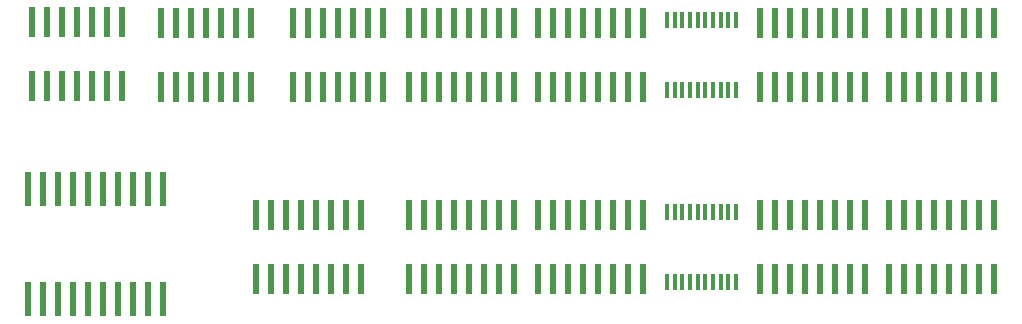
<source format=gbr>
G04 #@! TF.GenerationSoftware,KiCad,Pcbnew,5.1.5+dfsg1-2build2*
G04 #@! TF.CreationDate,2022-05-11T22:38:19-07:00*
G04 #@! TF.ProjectId,ProgramCounter,50726f67-7261-46d4-936f-756e7465722e,rev?*
G04 #@! TF.SameCoordinates,Original*
G04 #@! TF.FileFunction,Paste,Top*
G04 #@! TF.FilePolarity,Positive*
%FSLAX46Y46*%
G04 Gerber Fmt 4.6, Leading zero omitted, Abs format (unit mm)*
G04 Created by KiCad (PCBNEW 5.1.5+dfsg1-2build2) date 2022-05-11 22:38:19*
%MOMM*%
%LPD*%
G04 APERTURE LIST*
%ADD10R,0.600000X2.500000*%
%ADD11R,0.450000X1.450000*%
%ADD12R,0.600000X3.000000*%
G04 APERTURE END LIST*
D10*
X134493000Y-79172000D03*
X134493000Y-73772000D03*
X133223000Y-79172000D03*
X133223000Y-73772000D03*
X131953000Y-79172000D03*
X131953000Y-73772000D03*
X130683000Y-79172000D03*
X130683000Y-73772000D03*
X129413000Y-79172000D03*
X129413000Y-73772000D03*
X128143000Y-79172000D03*
X128143000Y-73772000D03*
X126873000Y-79172000D03*
X126873000Y-73772000D03*
X125603000Y-79172000D03*
X125603000Y-73772000D03*
X64008000Y-57498000D03*
X64008000Y-62898000D03*
X65278000Y-57498000D03*
X65278000Y-62898000D03*
X66548000Y-57498000D03*
X66548000Y-62898000D03*
X67818000Y-57498000D03*
X67818000Y-62898000D03*
X69088000Y-57498000D03*
X69088000Y-62898000D03*
X70358000Y-57498000D03*
X70358000Y-62898000D03*
X71628000Y-57498000D03*
X71628000Y-62898000D03*
X53086000Y-57436000D03*
X53086000Y-62836000D03*
X54356000Y-57436000D03*
X54356000Y-62836000D03*
X55626000Y-57436000D03*
X55626000Y-62836000D03*
X56896000Y-57436000D03*
X56896000Y-62836000D03*
X58166000Y-57436000D03*
X58166000Y-62836000D03*
X59436000Y-57436000D03*
X59436000Y-62836000D03*
X60706000Y-57436000D03*
X60706000Y-62836000D03*
X75184000Y-57498000D03*
X75184000Y-62898000D03*
X76454000Y-57498000D03*
X76454000Y-62898000D03*
X77724000Y-57498000D03*
X77724000Y-62898000D03*
X78994000Y-57498000D03*
X78994000Y-62898000D03*
X80264000Y-57498000D03*
X80264000Y-62898000D03*
X81534000Y-57498000D03*
X81534000Y-62898000D03*
X82804000Y-57498000D03*
X82804000Y-62898000D03*
D11*
X106803000Y-57266000D03*
X107453000Y-57266000D03*
X108103000Y-57266000D03*
X108753000Y-57266000D03*
X109403000Y-57266000D03*
X110053000Y-57266000D03*
X110703000Y-57266000D03*
X111353000Y-57266000D03*
X112003000Y-57266000D03*
X112653000Y-57266000D03*
X112653000Y-63166000D03*
X112003000Y-63166000D03*
X111353000Y-63166000D03*
X110703000Y-63166000D03*
X110053000Y-63166000D03*
X109403000Y-63166000D03*
X108753000Y-63166000D03*
X108103000Y-63166000D03*
X107453000Y-63166000D03*
X106803000Y-63166000D03*
X106803000Y-73522000D03*
X107453000Y-73522000D03*
X108103000Y-73522000D03*
X108753000Y-73522000D03*
X109403000Y-73522000D03*
X110053000Y-73522000D03*
X110703000Y-73522000D03*
X111353000Y-73522000D03*
X112003000Y-73522000D03*
X112653000Y-73522000D03*
X112653000Y-79422000D03*
X112003000Y-79422000D03*
X111353000Y-79422000D03*
X110703000Y-79422000D03*
X110053000Y-79422000D03*
X109403000Y-79422000D03*
X108753000Y-79422000D03*
X108103000Y-79422000D03*
X107453000Y-79422000D03*
X106803000Y-79422000D03*
D10*
X72009000Y-73754000D03*
X72009000Y-79154000D03*
X73279000Y-73754000D03*
X73279000Y-79154000D03*
X74549000Y-73754000D03*
X74549000Y-79154000D03*
X75819000Y-73754000D03*
X75819000Y-79154000D03*
X77089000Y-73754000D03*
X77089000Y-79154000D03*
X78359000Y-73754000D03*
X78359000Y-79154000D03*
X79629000Y-73754000D03*
X79629000Y-79154000D03*
X80899000Y-73754000D03*
X80899000Y-79154000D03*
D12*
X64135000Y-80850000D03*
X64135000Y-71550000D03*
X62865000Y-80850000D03*
X62865000Y-71550000D03*
X61595000Y-80850000D03*
X61595000Y-71550000D03*
X60325000Y-80850000D03*
X60325000Y-71550000D03*
X59055000Y-80850000D03*
X59055000Y-71550000D03*
X57785000Y-80850000D03*
X57785000Y-71550000D03*
X56515000Y-80850000D03*
X56515000Y-71550000D03*
X55245000Y-80850000D03*
X55245000Y-71550000D03*
X53975000Y-80850000D03*
X53975000Y-71550000D03*
X52705000Y-80850000D03*
X52705000Y-71550000D03*
D10*
X123571000Y-62916000D03*
X123571000Y-57516000D03*
X122301000Y-62916000D03*
X122301000Y-57516000D03*
X121031000Y-62916000D03*
X121031000Y-57516000D03*
X119761000Y-62916000D03*
X119761000Y-57516000D03*
X118491000Y-62916000D03*
X118491000Y-57516000D03*
X117221000Y-62916000D03*
X117221000Y-57516000D03*
X115951000Y-62916000D03*
X115951000Y-57516000D03*
X114681000Y-62916000D03*
X114681000Y-57516000D03*
X95885000Y-57516000D03*
X95885000Y-62916000D03*
X97155000Y-57516000D03*
X97155000Y-62916000D03*
X98425000Y-57516000D03*
X98425000Y-62916000D03*
X99695000Y-57516000D03*
X99695000Y-62916000D03*
X100965000Y-57516000D03*
X100965000Y-62916000D03*
X102235000Y-57516000D03*
X102235000Y-62916000D03*
X103505000Y-57516000D03*
X103505000Y-62916000D03*
X104775000Y-57516000D03*
X104775000Y-62916000D03*
X123571000Y-79172000D03*
X123571000Y-73772000D03*
X122301000Y-79172000D03*
X122301000Y-73772000D03*
X121031000Y-79172000D03*
X121031000Y-73772000D03*
X119761000Y-79172000D03*
X119761000Y-73772000D03*
X118491000Y-79172000D03*
X118491000Y-73772000D03*
X117221000Y-79172000D03*
X117221000Y-73772000D03*
X115951000Y-79172000D03*
X115951000Y-73772000D03*
X114681000Y-79172000D03*
X114681000Y-73772000D03*
X95885000Y-73772000D03*
X95885000Y-79172000D03*
X97155000Y-73772000D03*
X97155000Y-79172000D03*
X98425000Y-73772000D03*
X98425000Y-79172000D03*
X99695000Y-73772000D03*
X99695000Y-79172000D03*
X100965000Y-73772000D03*
X100965000Y-79172000D03*
X102235000Y-73772000D03*
X102235000Y-79172000D03*
X103505000Y-73772000D03*
X103505000Y-79172000D03*
X104775000Y-73772000D03*
X104775000Y-79172000D03*
X134493000Y-62916000D03*
X134493000Y-57516000D03*
X133223000Y-62916000D03*
X133223000Y-57516000D03*
X131953000Y-62916000D03*
X131953000Y-57516000D03*
X130683000Y-62916000D03*
X130683000Y-57516000D03*
X129413000Y-62916000D03*
X129413000Y-57516000D03*
X128143000Y-62916000D03*
X128143000Y-57516000D03*
X126873000Y-62916000D03*
X126873000Y-57516000D03*
X125603000Y-62916000D03*
X125603000Y-57516000D03*
X84963000Y-57516000D03*
X84963000Y-62916000D03*
X86233000Y-57516000D03*
X86233000Y-62916000D03*
X87503000Y-57516000D03*
X87503000Y-62916000D03*
X88773000Y-57516000D03*
X88773000Y-62916000D03*
X90043000Y-57516000D03*
X90043000Y-62916000D03*
X91313000Y-57516000D03*
X91313000Y-62916000D03*
X92583000Y-57516000D03*
X92583000Y-62916000D03*
X93853000Y-57516000D03*
X93853000Y-62916000D03*
X84963000Y-73772000D03*
X84963000Y-79172000D03*
X86233000Y-73772000D03*
X86233000Y-79172000D03*
X87503000Y-73772000D03*
X87503000Y-79172000D03*
X88773000Y-73772000D03*
X88773000Y-79172000D03*
X90043000Y-73772000D03*
X90043000Y-79172000D03*
X91313000Y-73772000D03*
X91313000Y-79172000D03*
X92583000Y-73772000D03*
X92583000Y-79172000D03*
X93853000Y-73772000D03*
X93853000Y-79172000D03*
M02*

</source>
